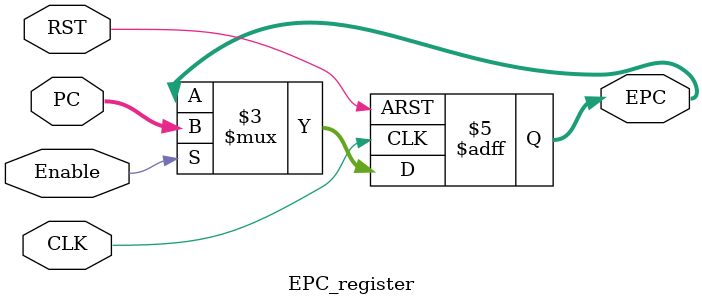
<source format=v>
module EPC_register (
    input   wire                CLK,
    input   wire                RST,
    input   wire                Enable,
    input   wire    [31:0]      PC,
    output  reg     [31:0]      EPC
);


    always @(posedge CLK, negedge RST ) begin
        if(!RST)
            EPC <= 32'd0;
        else
            if (Enable) begin
                EPC <= PC;
            end
    end
    
endmodule
</source>
